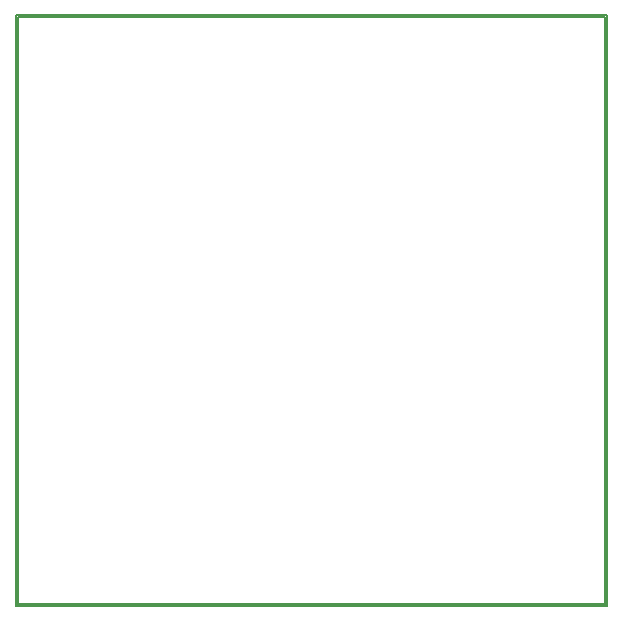
<source format=gbr>
%FSLAX32Y32*%
%MOMM*%
%LNKONTUR*%
G71*
G01*
%ADD10C, 0.20*%
%LPD*%
G54D10*
X0Y0D02*
X5000Y0D01*
X5000Y5000D01*
X0Y5000D01*
X0Y0D01*
G54D10*
X4985Y4984D02*
X16Y4984D01*
G54D10*
X16Y4984D02*
X16Y15D01*
G54D10*
X16Y15D02*
X4985Y15D01*
G54D10*
X4985Y15D02*
X4985Y4984D01*
M02*

</source>
